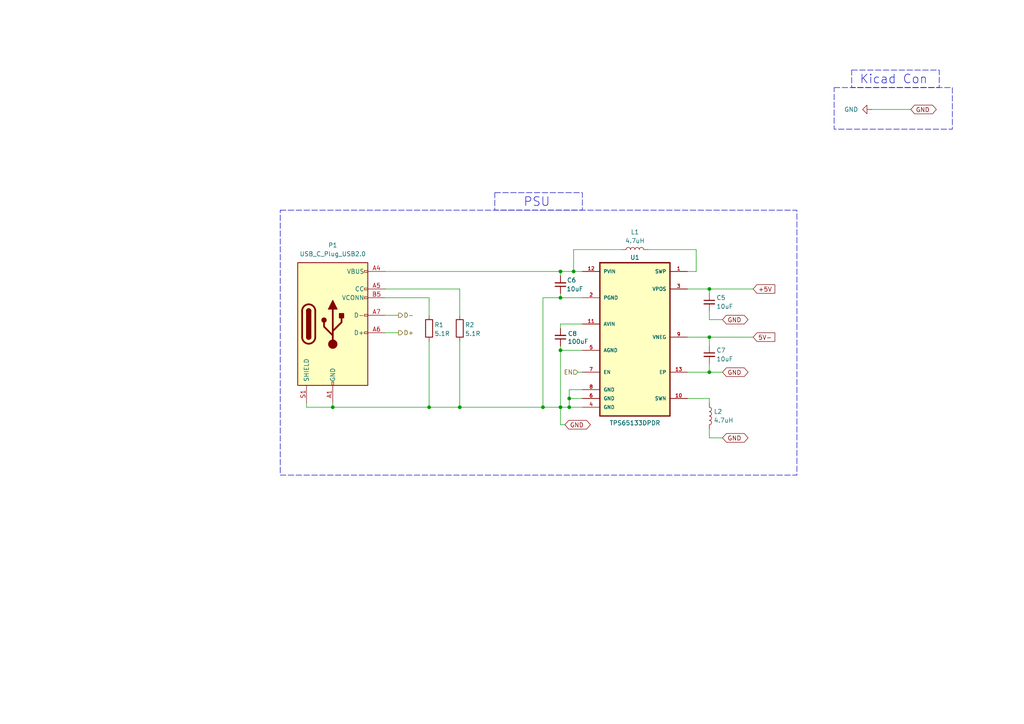
<source format=kicad_sch>
(kicad_sch (version 20250114) (generator "eeschema") (generator_version "9.0")
  (paper "A4")
  (title_block (date "2025-04-03") (rev "0.1") (company "Sounds Like Tim"))
  (lib_symbols
    (symbol "Connector:USB_C_Plug_USB2.0" (pin_names (offset 1.016))
      (property "Reference" "P" (at -10.16 19.05 0))
      (property "Value" "USB_C_Plug_USB2.0" (at 12.7 19.05 0))
      (symbol "USB_C_Plug_USB2.0_0_0"
        (rectangle (start -0.254 -17.78) (end 0.254 -16.764))
        (rectangle (start 10.16 15.494) (end 9.144 14.986))
        (rectangle (start 10.16 10.414) (end 9.144 9.906))
        (rectangle (start 10.16 7.874) (end 9.144 7.366))
        (rectangle (start 10.16 2.794) (end 9.144 2.286))
        (rectangle (start 10.16 -2.286) (end 9.144 -2.794))
      )
      (symbol "USB_C_Plug_USB2.0_0_1"
        (rectangle (start -10.16 17.78) (end 10.16 -17.78) (stroke (width 0.254)) (fill (type background)))
        (polyline (pts (xy -8.89 -3.81) (xy -8.89 3.81)) (stroke (width 0.508)))
        (rectangle (start -7.62 -3.81) (end -6.35 3.81) (stroke (width 0.254)) (fill (type outline)))
        (arc (start -7.62 3.81) (mid -6.985 4.4423) (end -6.35 3.81) (stroke (width 0.254)))
        (arc (start -7.62 3.81) (mid -6.985 4.4423) (end -6.35 3.81) (stroke (width 0.254)) (fill (type outline)))
        (arc (start -8.89 3.81) (mid -6.985 5.7067) (end -5.08 3.81) (stroke (width 0.508)))
        (arc (start -5.08 -3.81) (mid -6.985 -5.7067) (end -8.89 -3.81) (stroke (width 0.508)))
        (arc (start -6.35 -3.81) (mid -6.985 -4.4423) (end -7.62 -3.81) (stroke (width 0.254)))
        (arc (start -6.35 -3.81) (mid -6.985 -4.4423) (end -7.62 -3.81) (stroke (width 0.254)) (fill (type outline)))
        (polyline (pts (xy -5.08 3.81) (xy -5.08 -3.81)) (stroke (width 0.508)))
        (circle (center -2.54 1.143) (radius 0.635) (stroke (width 0.254)) (fill (type outline)))
        (polyline (pts (xy -1.27 4.318) (xy 0 6.858) (xy 1.27 4.318) (xy -1.27 4.318)) (stroke (width 0.254)) (fill (type outline)))
        (polyline (pts (xy 0 -2.032) (xy 2.54 0.508) (xy 2.54 1.778)) (stroke (width 0.508)))
        (polyline (pts (xy 0 -3.302) (xy -2.54 -0.762) (xy -2.54 0.508)) (stroke (width 0.508)))
        (polyline (pts (xy 0 -5.842) (xy 0 4.318)) (stroke (width 0.508)))
        (circle (center 0 -5.842) (radius 1.27) (fill (type outline)))
        (rectangle (start 1.905 1.778) (end 3.175 3.048) (stroke (width 0.254)) (fill (type outline)))
      )
      (symbol "USB_C_Plug_USB2.0_1_1"
        (pin passive line (at -7.62 -22.86 90) (length 5.08) (name "SHIELD") (number "S1"))
        (pin passive line (at 0 -22.86 90) (length 5.08) (name "GND") (number "A1"))
        (pin passive line (at 0 -22.86 90) (length 5.08) (hide yes) (name "GND") (number "A12"))
        (pin passive line (at 0 -22.86 90) (length 5.08) (hide yes) (name "GND") (number "B1"))
        (pin passive line (at 0 -22.86 90) (length 5.08) (hide yes) (name "GND") (number "B12"))
        (pin passive line (at 15.24 15.24 180) (length 5.08) (name "VBUS") (number "A4"))
        (pin passive line (at 15.24 15.24 180) (length 5.08) (hide yes) (name "VBUS") (number "A9"))
        (pin passive line (at 15.24 15.24 180) (length 5.08) (hide yes) (name "VBUS") (number "B4"))
        (pin passive line (at 15.24 15.24 180) (length 5.08) (hide yes) (name "VBUS") (number "B9"))
        (pin bidirectional line (at 15.24 10.16 180) (length 5.08) (name "CC") (number "A5"))
        (pin bidirectional line (at 15.24 7.62 180) (length 5.08) (name "VCONN") (number "B5"))
        (pin bidirectional line (at 15.24 2.54 180) (length 5.08) (name "D-") (number "A7"))
        (pin bidirectional line (at 15.24 -2.54 180) (length 5.08) (name "D+") (number "A6"))
      )
    )
    (symbol "Device:R" (pin_numbers (hide yes)) (pin_names (offset 0))
      (property "Reference" "R" (at 2.032 0 90))
      (property "Value" "R" (at 0 0 90))
      (symbol "R_0_1"
        (rectangle (start -1.016 -2.54) (end 1.016 2.54) (stroke (width 0.254)))
      )
      (symbol "R_1_1"
        (pin passive line (at 0 3.81 270) (length 1.27) (name "~") (number "1"))
        (pin passive line (at 0 -3.81 90) (length 1.27) (name "~") (number "2"))
      )
    )
    (symbol "SparkFun Capacitor:C" (pin_numbers (hide yes)) (pin_names (offset 0.254))
      (property "Reference" "C" (at 0.635 2.54 0))
      (property "Value" "C" (at 0.635 -2.54 0))
      (property "Voltage" "1kV" (at 0 -6.35 0))
      (property "Tolerance" "100%" (at 0 -8.89 0))
      (symbol "C_0_1"
        (polyline (pts (xy -1.524 0.508) (xy 1.524 0.508)) (stroke (width 0.3048)))
        (polyline (pts (xy -1.524 -0.508) (xy 1.524 -0.508)) (stroke (width 0.3302)))
      )
      (symbol "C_1_1"
        (pin passive line (at 0 2.54 270) (length 2.032) (name "~") (number "1"))
        (pin passive line (at 0 -2.54 90) (length 2.032) (name "~") (number "2"))
      )
    )
    (symbol "SparkFun Coil:L" (pin_numbers (hide yes)) (pin_names (offset 1.016) (hide yes))
      (property "Reference" "L" (at 0 -1.27 0))
      (property "Value" "L" (at 0 1.905 0))
      (symbol "L_0_1"
        (arc (start -2.54 0) (mid -1.905 0.6323) (end -1.27 0))
        (arc (start -1.27 0) (mid -0.635 0.6323) (end 0 0))
        (arc (start 0 0) (mid 0.635 0.6323) (end 1.27 0))
        (arc (start 1.27 0) (mid 1.905 0.6323) (end 2.54 0))
      )
      (symbol "L_1_1"
        (pin passive line (at -3.81 0 0) (length 1.27) (name "1") (number "1"))
        (pin passive line (at 3.81 0 180) (length 1.27) (name "2") (number "2"))
      )
    )
    (symbol "TPS65133DPDR:TPS65133DPDR" (pin_names (offset 1.016))
      (property "Reference" "U1" (at 0 16.764 0))
      (property "Value" "TPS65133DPDR" (at 0 -31.242 0))
      (symbol "TPS65133DPDR_0_0"
        (rectangle (start -10.16 15.24) (end 10.16 -29.21) (stroke (width 0.41)) (fill (type background)))
        (pin power_in line (at -15.24 12.7 0) (length 5.08) (name "PVIN") (number "12"))
        (pin power_in line (at -15.24 5.08 0) (length 5.08) (name "PGND") (number "2"))
        (pin power_in line (at -15.24 -2.54 0) (length 5.08) (name "AVIN") (number "11"))
        (pin power_in line (at -15.24 -10.16 0) (length 5.08) (name "AGND") (number "5"))
        (pin input line (at -15.24 -16.51 0) (length 5.08) (name "EN") (number "7"))
        (pin power_in line (at -15.24 -21.59 0) (length 5.08) (name "GND") (number "8"))
        (pin power_in line (at -15.24 -24.13 0) (length 5.08) (name "GND") (number "6"))
        (pin power_in line (at -15.24 -26.67 0) (length 5.08) (name "GND") (number "4"))
        (pin passive line (at 15.24 12.7 180) (length 5.08) (name "SWP") (number "1"))
        (pin output line (at 15.24 7.62 180) (length 5.08) (name "VPOS") (number "3"))
        (pin output line (at 15.24 -6.35 180) (length 5.08) (name "VNEG") (number "9"))
        (pin power_in line (at 15.24 -16.51 180) (length 5.08) (name "EP") (number "13"))
        (pin passive line (at 15.24 -24.13 180) (length 5.08) (name "SWN") (number "10"))
      )
    )
    (symbol "power:GND" (power) (pin_numbers (hide yes)) (pin_names (offset 0) (hide yes))
      (property "Value" "GND" (at 0 -3.81 0))
      (symbol "GND_0_1"
        (polyline (pts (xy 0 0) (xy 0 -1.27) (xy 1.27 -1.27) (xy 0 -2.54) (xy -1.27 -1.27) (xy 0 -1.27)))
      )
      (symbol "GND_1_1"
        (pin power_in line (at 0 0 270) (length 0) (name "~") (number "1"))
      )
    )
  )
  (rectangle (start 143.51 55.88) (end 168.91 60.96) (stroke (width 0) (type dash)))
  (rectangle (start 81.28 60.96) (end 231.14 137.795) (stroke (width 0) (type dash)))
  (rectangle (start 247.015 20.32) (end 272.415 25.4) (stroke (width 0) (type dash)))
  (rectangle (start 241.935 25.4) (end 276.225 37.465) (stroke (width 0) (type dash)))
  (text "Kicad Con" (at 259.207 23.114 0) (effects (font (size 2.54 2.54))))
  (text "PSU" (at 155.702 58.674 0) (effects (font (size 2.54 2.54))))
  (junction (at 133.35 118.11))
  (junction (at 157.48 118.11))
  (junction (at 162.56 101.6))
  (junction (at 96.52 118.11))
  (junction (at 165.1 115.57))
  (junction (at 162.56 86.36))
  (junction (at 162.56 118.11))
  (junction (at 162.56 78.74))
  (junction (at 165.1 118.11))
  (junction (at 205.74 107.95))
  (junction (at 205.74 97.79))
  (junction (at 124.46 118.11))
  (junction (at 205.74 83.82))
  (junction (at 166.37 78.74))
  (wire (pts (xy 201.93 78.74) (xy 199.39 78.74)))
  (wire (pts (xy 162.56 85.09) (xy 162.56 86.36)))
  (wire (pts (xy 162.56 93.98) (xy 162.56 95.25)))
  (wire (pts (xy 163.83 123.19) (xy 162.56 123.19)))
  (wire (pts (xy 111.76 83.82) (xy 133.35 83.82)))
  (wire (pts (xy 168.91 101.6) (xy 162.56 101.6)))
  (wire (pts (xy 165.1 115.57) (xy 165.1 118.11)))
  (wire (pts (xy 165.1 113.03) (xy 165.1 115.57)))
  (wire (pts (xy 167.64 107.95) (xy 168.91 107.95)))
  (wire (pts (xy 111.76 78.74) (xy 162.56 78.74)))
  (wire (pts (xy 205.74 105.41) (xy 205.74 107.95)))
  (wire (pts (xy 111.76 96.52) (xy 115.57 96.52)))
  (wire (pts (xy 166.37 72.39) (xy 166.37 78.74)))
  (wire (pts (xy 133.35 91.44) (xy 133.35 83.82)))
  (wire (pts (xy 133.35 118.11) (xy 157.48 118.11)))
  (wire (pts (xy 96.52 116.84) (xy 96.52 118.11)))
  (wire (pts (xy 165.1 118.11) (xy 168.91 118.11)))
  (wire (pts (xy 205.74 127) (xy 209.55 127)))
  (wire (pts (xy 162.56 86.36) (xy 168.91 86.36)))
  (wire (pts (xy 199.39 115.57) (xy 205.74 115.57)))
  (wire (pts (xy 111.76 86.36) (xy 124.46 86.36)))
  (wire (pts (xy 168.91 93.98) (xy 162.56 93.98)))
  (wire (pts (xy 205.74 115.57) (xy 205.74 116.84)))
  (wire (pts (xy 199.39 83.82) (xy 205.74 83.82)))
  (wire (pts (xy 157.48 86.36) (xy 157.48 118.11)))
  (wire (pts (xy 168.91 113.03) (xy 165.1 113.03)))
  (wire (pts (xy 201.93 78.74) (xy 201.93 72.39)))
  (wire (pts (xy 157.48 118.11) (xy 162.56 118.11)))
  (wire (pts (xy 205.74 107.95) (xy 209.55 107.95)))
  (wire (pts (xy 201.93 72.39) (xy 187.96 72.39)))
  (wire (pts (xy 168.91 115.57) (xy 165.1 115.57)))
  (wire (pts (xy 205.74 90.17) (xy 205.74 92.71)))
  (wire (pts (xy 205.74 85.09) (xy 205.74 83.82)))
  (wire (pts (xy 205.74 97.79) (xy 218.44 97.79)))
  (wire (pts (xy 205.74 97.79) (xy 205.74 100.33)))
  (wire (pts (xy 162.56 78.74) (xy 166.37 78.74)))
  (wire (pts (xy 88.9 116.84) (xy 88.9 118.11)))
  (wire (pts (xy 88.9 118.11) (xy 96.52 118.11)))
  (wire (pts (xy 124.46 99.06) (xy 124.46 118.11)))
  (wire (pts (xy 96.52 118.11) (xy 124.46 118.11)))
  (wire (pts (xy 162.56 78.74) (xy 162.56 80.01)))
  (wire (pts (xy 124.46 86.36) (xy 124.46 91.44)))
  (wire (pts (xy 205.74 92.71) (xy 209.55 92.71)))
  (wire (pts (xy 111.76 91.44) (xy 115.57 91.44)))
  (wire (pts (xy 162.56 101.6) (xy 162.56 118.11)))
  (wire (pts (xy 162.56 118.11) (xy 165.1 118.11)))
  (wire (pts (xy 124.46 118.11) (xy 133.35 118.11)))
  (wire (pts (xy 133.35 99.06) (xy 133.35 118.11)))
  (wire (pts (xy 199.39 97.79) (xy 205.74 97.79)))
  (wire (pts (xy 205.74 83.82) (xy 218.44 83.82)))
  (wire (pts (xy 157.48 86.36) (xy 162.56 86.36)))
  (wire (pts (xy 252.73 31.75) (xy 264.16 31.75)))
  (wire (pts (xy 205.74 124.46) (xy 205.74 127)))
  (wire (pts (xy 166.37 78.74) (xy 168.91 78.74)))
  (wire (pts (xy 162.56 123.19) (xy 162.56 118.11)))
  (wire (pts (xy 199.39 107.95) (xy 205.74 107.95)))
  (wire (pts (xy 180.34 72.39) (xy 166.37 72.39)))
  (wire (pts (xy 162.56 100.33) (xy 162.56 101.6)))
  (global_label "GND" (shape bidirectional) (at 264.16 31.75 0) (property "Intersheetrefs" "${INTERSHEET_REFS}" (effects (hide yes))))
  (global_label "GND" (shape bidirectional) (at 209.55 107.95 0) (property "Intersheetrefs" "${INTERSHEET_REFS}" (effects (hide yes))))
  (global_label "GND" (shape bidirectional) (at 209.55 127 0) (property "Intersheetrefs" "${INTERSHEET_REFS}" (effects (hide yes))))
  (global_label "+5V" (shape input) (at 218.44 83.82 0) (property "Intersheetrefs" "${INTERSHEET_REFS}" (effects (hide yes))))
  (global_label "GND" (shape bidirectional) (at 209.55 92.71 0) (property "Intersheetrefs" "${INTERSHEET_REFS}" (effects (hide yes))))
  (global_label "GND" (shape bidirectional) (at 163.83 123.19 0) (property "Intersheetrefs" "${INTERSHEET_REFS}" (effects (hide yes))))
  (global_label "5V-" (shape input) (at 218.44 97.79 0) (property "Intersheetrefs" "${INTERSHEET_REFS}" (effects (hide yes))))
  (hierarchical_label "D-" (shape output) (at 115.57 91.44 0))
  (hierarchical_label "D+" (shape output) (at 115.57 96.52 0))
  (hierarchical_label "EN" (shape input) (at 167.64 107.95 180))
  (symbol (lib_id "SparkFun Coil:L") (at 205.74 120.65 270) (unit 1)
    (property "Reference" "L2" (at 207.01 119.3799 90) (effects (justify left)))
    (property "Value" "4.7uH" (at 207.01 121.9199 90) (effects (justify left)))
    (property "Footprint" "SparkFun-Capacitor:C_0805_2012Metric" (effects (hide yes)))
    (property "Description" "Inductor" (effects (hide yes)))
    (property "PROD_ID" "NDUC-" (effects (hide yes)))
  )
  (symbol (lib_id "SparkFun Capacitor:C") (at 205.74 102.87 0) (unit 1)
    (property "Reference" "C7" (at 207.772 101.6 0) (effects (justify left)))
    (property "Value" "10uF" (at 207.772 104.14 0) (effects (justify left)))
    (property "Footprint" "SparkFun-Capacitor:C_0603_1608Metric" (effects (hide yes)))
    (property "Datasheet" "https://cdn.sparkfun.com/assets/8/a/4/a/5/Kemet_Capacitor_Datasheet.pdf" (effects (hide yes)))
    (property "Description" "Unpolarized capacitor" (effects (hide yes)))
    (property "PROD_ID" "CAP-00000" (effects (hide yes)))
    (property "Voltage" "1kV" (effects (hide yes)))
    (property "Tolerance" "100%" (effects (hide yes)))
  )
  (symbol (lib_id "TPS65133DPDR:TPS65133DPDR") (at 184.15 91.44 0) (unit 1)
    (property "Reference" "U1" (at 184.15 74.676 0))
    (property "Value" "TPS65133DPDR" (at 184.15 122.682 0))
    (property "Footprint" "TPS65133DPDR:SON40P300X300X80-13N" (effects (hide yes)))
    (property "MF" "Texas Instruments" (effects (hide yes)))
    (property "DESCRIPTION" "IC AMOLED DVR DUAL 200MA 12SON" (effects (hide yes)))
    (property "PACKAGE" "WSON-12 Texas Instruments" (effects (hide yes)))
    (property "PRICE" "1.55 USD" (effects (hide yes)))
    (property "Package" "WSON-12 Texas Instruments" (effects (hide yes)))
    (property "Check_prices" "https://www.snapeda.com/parts/TPS65133DPDR/Texas+Instruments/view-part/?ref=eda" (effects (hide yes)))
    (property "STANDARD" "IPC-7351B" (effects (hide yes)))
    (property "PARTREV" "A" (effects (hide yes)))
    (property "SnapEDA_Link" "https://www.snapeda.com/parts/TPS65133DPDR/Texas+Instruments/view-part/?ref=snap" (effects (hide yes)))
    (property "MP" "TPS65133DPDR" (effects (hide yes)))
    (property "Price" "None" (effects (hide yes)))
    (property "Description_1" "Split-Rail Converter, ±5V, 250mA Dual Output Power Supply" (effects (hide yes)))
    (property "Availability" "In Stock" (effects (hide yes)))
    (property "AVAILABILITY" "Good" (effects (hide yes)))
    (property "MANUFACTURER" "Texas Instruments" (effects (hide yes)))
  )
  (symbol (lib_id "Connector:USB_C_Plug_USB2.0") (at 96.52 93.98 0) (unit 1)
    (property "Reference" "P1" (at 96.52 71.12 0))
    (property "Value" "USB_C_Plug_USB2.0" (at 96.52 73.66 0))
    (property "Datasheet" "https://www.usb.org/sites/default/files/documents/usb_type-c.zip" (effects (hide yes)))
    (property "Description" "USB 2.0-only Type-C Plug connector" (effects (hide yes)))
  )
  (symbol (lib_id "SparkFun Capacitor:C") (at 205.74 87.63 0) (unit 1)
    (property "Reference" "C5" (at 207.772 86.36 0) (effects (justify left)))
    (property "Value" "10uF" (at 207.772 88.9 0) (effects (justify left)))
    (property "Footprint" "SparkFun-Capacitor:C_0603_1608Metric" (effects (hide yes)))
    (property "Datasheet" "https://cdn.sparkfun.com/assets/8/a/4/a/5/Kemet_Capacitor_Datasheet.pdf" (effects (hide yes)))
    (property "Description" "Unpolarized capacitor" (effects (hide yes)))
    (property "PROD_ID" "CAP-00000" (effects (hide yes)))
    (property "Voltage" "1kV" (effects (hide yes)))
    (property "Tolerance" "100%" (effects (hide yes)))
  )
  (symbol (lib_id "power:GND") (at 252.73 31.75 270) (unit 1)
    (property "Reference" "#PWR02" (effects (hide yes)))
    (property "Value" "GND" (at 248.92 31.7499 90) (effects (justify right)))
    (property "Description" "Power symbol creates a global label with name \"GND\" , ground" (effects (hide yes)))
  )
  (symbol (lib_id "SparkFun Capacitor:C") (at 162.56 82.55 180) (unit 1)
    (property "Reference" "C6" (at 167.132 81.28 0) (effects (justify left)))
    (property "Value" "10uF" (at 169.164 83.82 0) (effects (justify left)))
    (property "Footprint" "SparkFun-Capacitor:C_0603_1608Metric" (effects (hide yes)))
    (property "Datasheet" "https://cdn.sparkfun.com/assets/8/a/4/a/5/Kemet_Capacitor_Datasheet.pdf" (effects (hide yes)))
    (property "Description" "Unpolarized capacitor" (effects (hide yes)))
    (property "PROD_ID" "CAP-00000" (effects (hide yes)))
    (property "Voltage" "1kV" (effects (hide yes)))
    (property "Tolerance" "100%" (effects (hide yes)))
  )
  (symbol (lib_id "SparkFun Coil:L") (at 184.15 72.39 0) (unit 1)
    (property "Reference" "L1" (at 184.15 67.31 0))
    (property "Value" "4.7uH" (at 184.15 69.85 0))
    (property "Footprint" "SparkFun-Capacitor:C_0805_2012Metric" (effects (hide yes)))
    (property "Description" "Inductor" (effects (hide yes)))
    (property "PROD_ID" "NDUC-" (effects (hide yes)))
  )
  (symbol (lib_id "Device:R") (at 133.35 95.25 0) (unit 1)
    (property "Reference" "R2" (at 134.874 94.234 0) (effects (justify left)))
    (property "Value" "5.1R" (at 134.874 96.774 0) (effects (justify left)))
    (property "Description" "Resistor" (effects (hide yes)))
  )
  (symbol (lib_id "Device:R") (at 124.46 95.25 0) (unit 1)
    (property "Reference" "R1" (at 125.984 94.234 0) (effects (justify left)))
    (property "Value" "5.1R" (at 125.984 96.774 0) (effects (justify left)))
    (property "Description" "Resistor" (effects (hide yes)))
  )
  (symbol (lib_id "SparkFun Capacitor:C") (at 162.56 97.79 180) (unit 1)
    (property "Reference" "C8" (at 167.386 96.774 0) (effects (justify left)))
    (property "Value" "100uF" (at 170.688 99.06 0) (effects (justify left)))
    (property "Footprint" "SparkFun-Capacitor:C_0603_1608Metric" (effects (hide yes)))
    (property "Datasheet" "https://cdn.sparkfun.com/assets/8/a/4/a/5/Kemet_Capacitor_Datasheet.pdf" (effects (hide yes)))
    (property "Description" "Unpolarized capacitor" (effects (hide yes)))
    (property "PROD_ID" "CAP-00000" (effects (hide yes)))
    (property "Voltage" "1kV" (effects (hide yes)))
    (property "Tolerance" "100%" (effects (hide yes)))
  )
)
</source>
